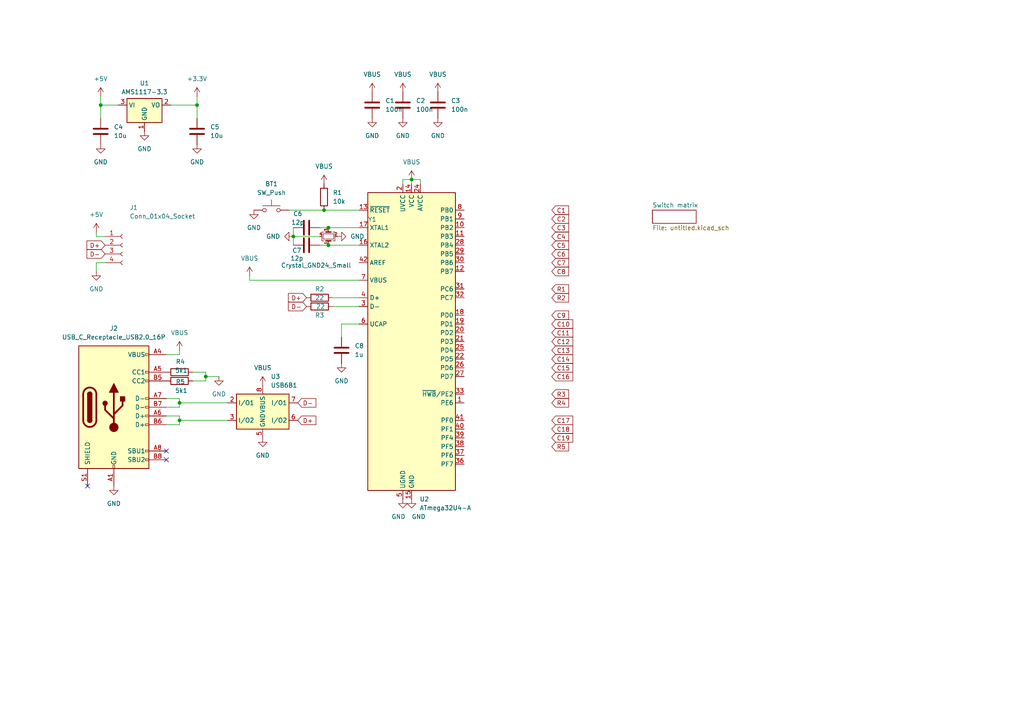
<source format=kicad_sch>
(kicad_sch (version 20231120) (generator "eeschema") (generator_version "8.0")
  (paper "A4")
  (lib_symbols
    (symbol "Connector:Conn_01x04_Socket" (pin_names (offset 1.016) hide)
      (property "Reference" "J" (at 0 5.08 0))
      (property "Value" "Conn_01x04_Socket" (at 0 -7.62 0))
      (symbol "Conn_01x04_Socket_1_1"
        (arc (start 0 -4.572) (mid -0.5058 -5.08) (end 0 -5.588) (stroke (width 0.1524)))
        (arc (start 0 -2.032) (mid -0.5058 -2.54) (end 0 -3.048) (stroke (width 0.1524)))
        (polyline (pts (xy -1.27 -5.08) (xy -0.508 -5.08)) (stroke (width 0.1524)))
        (polyline (pts (xy -1.27 -2.54) (xy -0.508 -2.54)) (stroke (width 0.1524)))
        (polyline (pts (xy -1.27 0) (xy -0.508 0)) (stroke (width 0.1524)))
        (polyline (pts (xy -1.27 2.54) (xy -0.508 2.54)) (stroke (width 0.1524)))
        (arc (start 0 0.508) (mid -0.5058 0) (end 0 -0.508) (stroke (width 0.1524)))
        (arc (start 0 3.048) (mid -0.5058 2.54) (end 0 2.032) (stroke (width 0.1524)))
        (pin passive line (at -5.08 2.54 0) (length 3.81) (name "Pin_1") (number "1"))
        (pin passive line (at -5.08 0 0) (length 3.81) (name "Pin_2") (number "2"))
        (pin passive line (at -5.08 -2.54 0) (length 3.81) (name "Pin_3") (number "3"))
        (pin passive line (at -5.08 -5.08 0) (length 3.81) (name "Pin_4") (number "4"))
      )
    )
    (symbol "Connector:USB_C_Receptacle_USB2.0_16P" (pin_names (offset 1.016))
      (property "Reference" "J" (at 0 22.225 0))
      (property "Value" "USB_C_Receptacle_USB2.0_16P" (at 0 19.685 0))
      (symbol "USB_C_Receptacle_USB2.0_16P_0_0"
        (rectangle (start -0.254 -17.78) (end 0.254 -16.764))
        (rectangle (start 10.16 -14.986) (end 9.144 -15.494))
        (rectangle (start 10.16 -12.446) (end 9.144 -12.954))
        (rectangle (start 10.16 -4.826) (end 9.144 -5.334))
        (rectangle (start 10.16 -2.286) (end 9.144 -2.794))
        (rectangle (start 10.16 0.254) (end 9.144 -0.254))
        (rectangle (start 10.16 2.794) (end 9.144 2.286))
        (rectangle (start 10.16 7.874) (end 9.144 7.366))
        (rectangle (start 10.16 10.414) (end 9.144 9.906))
        (rectangle (start 10.16 15.494) (end 9.144 14.986))
      )
      (symbol "USB_C_Receptacle_USB2.0_16P_0_1"
        (rectangle (start -10.16 17.78) (end 10.16 -17.78) (stroke (width 0.254)) (fill (type background)))
        (arc (start -8.89 -3.81) (mid -6.985 -5.7067) (end -5.08 -3.81) (stroke (width 0.508)))
        (arc (start -7.62 -3.81) (mid -6.985 -4.4423) (end -6.35 -3.81) (stroke (width 0.254)))
        (arc (start -7.62 -3.81) (mid -6.985 -4.4423) (end -6.35 -3.81) (stroke (width 0.254)) (fill (type outline)))
        (rectangle (start -7.62 -3.81) (end -6.35 3.81) (stroke (width 0.254)) (fill (type outline)))
        (arc (start -6.35 3.81) (mid -6.985 4.4423) (end -7.62 3.81) (stroke (width 0.254)))
        (arc (start -6.35 3.81) (mid -6.985 4.4423) (end -7.62 3.81) (stroke (width 0.254)) (fill (type outline)))
        (arc (start -5.08 3.81) (mid -6.985 5.7067) (end -8.89 3.81) (stroke (width 0.508)))
        (circle (center -2.54 1.143) (radius 0.635) (stroke (width 0.254)) (fill (type outline)))
        (circle (center 0 -5.842) (radius 1.27) (fill (type outline)))
        (polyline (pts (xy -8.89 -3.81) (xy -8.89 3.81)) (stroke (width 0.508)))
        (polyline (pts (xy -5.08 3.81) (xy -5.08 -3.81)) (stroke (width 0.508)))
        (polyline (pts (xy 0 -5.842) (xy 0 4.318)) (stroke (width 0.508)))
        (polyline (pts (xy 0 -3.302) (xy -2.54 -0.762) (xy -2.54 0.508)) (stroke (width 0.508)))
        (polyline (pts (xy 0 -2.032) (xy 2.54 0.508) (xy 2.54 1.778)) (stroke (width 0.508)))
        (polyline (pts (xy -1.27 4.318) (xy 0 6.858) (xy 1.27 4.318) (xy -1.27 4.318)) (stroke (width 0.254)) (fill (type outline)))
        (rectangle (start 1.905 1.778) (end 3.175 3.048) (stroke (width 0.254)) (fill (type outline)))
      )
      (symbol "USB_C_Receptacle_USB2.0_16P_1_1"
        (pin passive line (at 0 -22.86 90) (length 5.08) (name "GND") (number "A1"))
        (pin passive line (at 0 -22.86 90) (length 5.08) hide (name "GND") (number "A12"))
        (pin passive line (at 15.24 15.24 180) (length 5.08) (name "VBUS") (number "A4"))
        (pin bidirectional line (at 15.24 10.16 180) (length 5.08) (name "CC1") (number "A5"))
        (pin bidirectional line (at 15.24 -2.54 180) (length 5.08) (name "D+") (number "A6"))
        (pin bidirectional line (at 15.24 2.54 180) (length 5.08) (name "D-") (number "A7"))
        (pin bidirectional line (at 15.24 -12.7 180) (length 5.08) (name "SBU1") (number "A8"))
        (pin passive line (at 15.24 15.24 180) (length 5.08) hide (name "VBUS") (number "A9"))
        (pin passive line (at 0 -22.86 90) (length 5.08) hide (name "GND") (number "B1"))
        (pin passive line (at 0 -22.86 90) (length 5.08) hide (name "GND") (number "B12"))
        (pin passive line (at 15.24 15.24 180) (length 5.08) hide (name "VBUS") (number "B4"))
        (pin bidirectional line (at 15.24 7.62 180) (length 5.08) (name "CC2") (number "B5"))
        (pin bidirectional line (at 15.24 -5.08 180) (length 5.08) (name "D+") (number "B6"))
        (pin bidirectional line (at 15.24 0 180) (length 5.08) (name "D-") (number "B7"))
        (pin bidirectional line (at 15.24 -15.24 180) (length 5.08) (name "SBU2") (number "B8"))
        (pin passive line (at 15.24 15.24 180) (length 5.08) hide (name "VBUS") (number "B9"))
        (pin passive line (at -7.62 -22.86 90) (length 5.08) (name "SHIELD") (number "S1"))
      )
    )
    (symbol "Device:C" (pin_numbers hide) (pin_names (offset 0.254))
      (property "Reference" "C" (at 0.635 2.54 0))
      (property "Value" "C" (at 0.635 -2.54 0))
      (symbol "C_0_1"
        (polyline (pts (xy -2.032 -0.762) (xy 2.032 -0.762)) (stroke (width 0.508)))
        (polyline (pts (xy -2.032 0.762) (xy 2.032 0.762)) (stroke (width 0.508)))
      )
      (symbol "C_1_1"
        (pin passive line (at 0 3.81 270) (length 2.794) (name "~") (number "1"))
        (pin passive line (at 0 -3.81 90) (length 2.794) (name "~") (number "2"))
      )
    )
    (symbol "Device:Crystal_GND24_Small" (pin_names (offset 1.016) hide)
      (property "Reference" "Y" (at 1.27 4.445 0))
      (property "Value" "Crystal_GND24_Small" (at 1.27 2.54 0))
      (symbol "Crystal_GND24_Small_0_1"
        (rectangle (start -0.762 -1.524) (end 0.762 1.524))
        (polyline (pts (xy -1.27 -0.762) (xy -1.27 0.762)) (stroke (width 0.381)))
        (polyline (pts (xy 1.27 -0.762) (xy 1.27 0.762)) (stroke (width 0.381)))
        (polyline (pts (xy -1.27 -1.27) (xy -1.27 -1.905) (xy 1.27 -1.905) (xy 1.27 -1.27)))
        (polyline (pts (xy -1.27 1.27) (xy -1.27 1.905) (xy 1.27 1.905) (xy 1.27 1.27)))
      )
      (symbol "Crystal_GND24_Small_1_1"
        (pin passive line (at -2.54 0 0) (length 1.27) (name "1") (number "1"))
        (pin passive line (at 0 -2.54 90) (length 0.635) (name "2") (number "2"))
        (pin passive line (at 2.54 0 180) (length 1.27) (name "3") (number "3"))
        (pin passive line (at 0 2.54 270) (length 0.635) (name "4") (number "4"))
      )
    )
    (symbol "Device:R" (pin_numbers hide) (pin_names (offset 0))
      (property "Reference" "R" (at 2.032 0 90))
      (property "Value" "R" (at 0 0 90))
      (symbol "R_0_1"
        (rectangle (start -1.016 -2.54) (end 1.016 2.54) (stroke (width 0.254)))
      )
      (symbol "R_1_1"
        (pin passive line (at 0 3.81 270) (length 1.27) (name "~") (number "1"))
        (pin passive line (at 0 -3.81 90) (length 1.27) (name "~") (number "2"))
      )
    )
    (symbol "MCU_Microchip_ATmega:ATmega32U4-A"
      (property "Reference" "U" (at -12.7 44.45 0))
      (property "Value" "ATmega32U4-A" (at 2.54 -44.45 0))
      (symbol "ATmega32U4-A_0_1"
        (rectangle (start -12.7 -43.18) (end 12.7 43.18) (stroke (width 0.254)) (fill (type background)))
      )
      (symbol "ATmega32U4-A_1_1"
        (pin bidirectional line (at 15.24 -17.78 180) (length 2.54) (name "PE6") (number "1"))
        (pin bidirectional line (at 15.24 33.02 180) (length 2.54) (name "PB2") (number "10"))
        (pin bidirectional line (at 15.24 30.48 180) (length 2.54) (name "PB3") (number "11"))
        (pin bidirectional line (at 15.24 20.32 180) (length 2.54) (name "PB7") (number "12"))
        (pin input line (at -15.24 38.1 0) (length 2.54) (name "~{RESET}") (number "13"))
        (pin power_in line (at 0 45.72 270) (length 2.54) (name "VCC") (number "14"))
        (pin power_in line (at 0 -45.72 90) (length 2.54) (name "GND") (number "15"))
        (pin output line (at -15.24 27.94 0) (length 2.54) (name "XTAL2") (number "16"))
        (pin input line (at -15.24 33.02 0) (length 2.54) (name "XTAL1") (number "17"))
        (pin bidirectional line (at 15.24 7.62 180) (length 2.54) (name "PD0") (number "18"))
        (pin bidirectional line (at 15.24 5.08 180) (length 2.54) (name "PD1") (number "19"))
        (pin power_in line (at -2.54 45.72 270) (length 2.54) (name "UVCC") (number "2"))
        (pin bidirectional line (at 15.24 2.54 180) (length 2.54) (name "PD2") (number "20"))
        (pin bidirectional line (at 15.24 0 180) (length 2.54) (name "PD3") (number "21"))
        (pin bidirectional line (at 15.24 -5.08 180) (length 2.54) (name "PD5") (number "22"))
        (pin passive line (at 0 -45.72 90) (length 2.54) hide (name "GND") (number "23"))
        (pin power_in line (at 2.54 45.72 270) (length 2.54) (name "AVCC") (number "24"))
        (pin bidirectional line (at 15.24 -2.54 180) (length 2.54) (name "PD4") (number "25"))
        (pin bidirectional line (at 15.24 -7.62 180) (length 2.54) (name "PD6") (number "26"))
        (pin bidirectional line (at 15.24 -10.16 180) (length 2.54) (name "PD7") (number "27"))
        (pin bidirectional line (at 15.24 27.94 180) (length 2.54) (name "PB4") (number "28"))
        (pin bidirectional line (at 15.24 25.4 180) (length 2.54) (name "PB5") (number "29"))
        (pin bidirectional line (at -15.24 10.16 0) (length 2.54) (name "D-") (number "3"))
        (pin bidirectional line (at 15.24 22.86 180) (length 2.54) (name "PB6") (number "30"))
        (pin bidirectional line (at 15.24 15.24 180) (length 2.54) (name "PC6") (number "31"))
        (pin bidirectional line (at 15.24 12.7 180) (length 2.54) (name "PC7") (number "32"))
        (pin bidirectional line (at 15.24 -15.24 180) (length 2.54) (name "~{HWB}/PE2") (number "33"))
        (pin passive line (at 0 45.72 270) (length 2.54) hide (name "VCC") (number "34"))
        (pin passive line (at 0 -45.72 90) (length 2.54) hide (name "GND") (number "35"))
        (pin bidirectional line (at 15.24 -35.56 180) (length 2.54) (name "PF7") (number "36"))
        (pin bidirectional line (at 15.24 -33.02 180) (length 2.54) (name "PF6") (number "37"))
        (pin bidirectional line (at 15.24 -30.48 180) (length 2.54) (name "PF5") (number "38"))
        (pin bidirectional line (at 15.24 -27.94 180) (length 2.54) (name "PF4") (number "39"))
        (pin bidirectional line (at -15.24 12.7 0) (length 2.54) (name "D+") (number "4"))
        (pin bidirectional line (at 15.24 -25.4 180) (length 2.54) (name "PF1") (number "40"))
        (pin bidirectional line (at 15.24 -22.86 180) (length 2.54) (name "PF0") (number "41"))
        (pin passive line (at -15.24 22.86 0) (length 2.54) (name "AREF") (number "42"))
        (pin passive line (at 0 -45.72 90) (length 2.54) hide (name "GND") (number "43"))
        (pin passive line (at 2.54 45.72 270) (length 2.54) hide (name "AVCC") (number "44"))
        (pin passive line (at -2.54 -45.72 90) (length 2.54) (name "UGND") (number "5"))
        (pin passive line (at -15.24 5.08 0) (length 2.54) (name "UCAP") (number "6"))
        (pin input line (at -15.24 17.78 0) (length 2.54) (name "VBUS") (number "7"))
        (pin bidirectional line (at 15.24 38.1 180) (length 2.54) (name "PB0") (number "8"))
        (pin bidirectional line (at 15.24 35.56 180) (length 2.54) (name "PB1") (number "9"))
      )
    )
    (symbol "Power_Protection:USB6B1"
      (property "Reference" "U" (at 6.35 6.35 0))
      (property "Value" "USB6B1" (at 5.08 -6.35 0))
      (symbol "USB6B1_0_1"
        (rectangle (start -7.62 -5.08) (end 7.62 5.08) (stroke (width 0.254)) (fill (type background)))
      )
      (symbol "USB6B1_1_1"
        (pin passive line (at 0 7.62 270) (length 2.54) hide (name "VBUS") (number "1"))
        (pin passive line (at -10.16 2.54 0) (length 2.54) (name "I/O1") (number "2"))
        (pin passive line (at -10.16 -2.54 0) (length 2.54) (name "I/O2") (number "3"))
        (pin passive line (at 0 -7.62 90) (length 2.54) hide (name "GND") (number "4"))
        (pin passive line (at 0 -7.62 90) (length 2.54) (name "GND") (number "5"))
        (pin passive line (at 10.16 -2.54 180) (length 2.54) (name "I/O2") (number "6"))
        (pin passive line (at 10.16 2.54 180) (length 2.54) (name "I/O1") (number "7"))
        (pin passive line (at 0 7.62 270) (length 2.54) (name "VBUS") (number "8"))
      )
    )
    (symbol "Regulator_Linear:AMS1117-3.3"
      (property "Reference" "U" (at -3.81 3.175 0))
      (property "Value" "AMS1117-3.3" (at 0 3.175 0))
      (symbol "AMS1117-3.3_0_1"
        (rectangle (start -5.08 -5.08) (end 5.08 1.905) (stroke (width 0.254)) (fill (type background)))
      )
      (symbol "AMS1117-3.3_1_1"
        (pin power_in line (at 0 -7.62 90) (length 2.54) (name "GND") (number "1"))
        (pin power_out line (at 7.62 0 180) (length 2.54) (name "VO") (number "2"))
        (pin power_in line (at -7.62 0 0) (length 2.54) (name "VI") (number "3"))
      )
    )
    (symbol "Switch:SW_Push" (pin_numbers hide) (pin_names (offset 1.016) hide)
      (property "Reference" "SW" (at 1.27 2.54 0))
      (property "Value" "SW_Push" (at 0 -1.524 0))
      (symbol "SW_Push_0_1"
        (circle (center -2.032 0) (radius 0.508))
        (polyline (pts (xy 0 1.27) (xy 0 3.048)))
        (polyline (pts (xy 2.54 1.27) (xy -2.54 1.27)))
        (circle (center 2.032 0) (radius 0.508))
        (pin passive line (at -5.08 0 0) (length 2.54) (name "1") (number "1"))
        (pin passive line (at 5.08 0 180) (length 2.54) (name "2") (number "2"))
      )
    )
    (symbol "power:+3.3V" (power) (pin_numbers hide) (pin_names (offset 0) hide)
      (property "Value" "+3.3V" (at 0 3.556 0))
      (symbol "+3.3V_0_1"
        (polyline (pts (xy -0.762 1.27) (xy 0 2.54)))
        (polyline (pts (xy 0 0) (xy 0 2.54)))
        (polyline (pts (xy 0 2.54) (xy 0.762 1.27)))
      )
      (symbol "+3.3V_1_1"
        (pin power_in line (at 0 0 90) (length 0) (name "~") (number "1"))
      )
    )
    (symbol "power:+5V" (power) (pin_numbers hide) (pin_names (offset 0) hide)
      (property "Value" "+5V" (at 0 3.556 0))
      (symbol "+5V_0_1"
        (polyline (pts (xy -0.762 1.27) (xy 0 2.54)))
        (polyline (pts (xy 0 0) (xy 0 2.54)))
        (polyline (pts (xy 0 2.54) (xy 0.762 1.27)))
      )
      (symbol "+5V_1_1"
        (pin power_in line (at 0 0 90) (length 0) (name "~") (number "1"))
      )
    )
    (symbol "power:GND" (power) (pin_numbers hide) (pin_names (offset 0) hide)
      (property "Value" "GND" (at 0 -3.81 0))
      (symbol "GND_0_1"
        (polyline (pts (xy 0 0) (xy 0 -1.27) (xy 1.27 -1.27) (xy 0 -2.54) (xy -1.27 -1.27) (xy 0 -1.27)))
      )
      (symbol "GND_1_1"
        (pin power_in line (at 0 0 270) (length 0) (name "~") (number "1"))
      )
    )
    (symbol "power:VBUS" (power) (pin_numbers hide) (pin_names (offset 0) hide)
      (property "Value" "VBUS" (at 0 3.556 0))
      (symbol "VBUS_0_1"
        (polyline (pts (xy -0.762 1.27) (xy 0 2.54)))
        (polyline (pts (xy 0 0) (xy 0 2.54)))
        (polyline (pts (xy 0 2.54) (xy 0.762 1.27)))
      )
      (symbol "VBUS_1_1"
        (pin power_in line (at 0 0 90) (length 0) (name "~") (number "1"))
      )
    )
  )
  (junction (at 59.69 109.22))
  (junction (at 119.38 52.07))
  (junction (at 57.15 30.48))
  (junction (at 85.09 68.58))
  (junction (at 52.07 121.92))
  (junction (at 95.25 66.04))
  (junction (at 29.21 30.48))
  (junction (at 93.98 60.96))
  (junction (at 95.25 71.12))
  (junction (at 52.07 116.84))
  (no_connect (at 48.26 130.81))
  (no_connect (at 25.4 140.97))
  (no_connect (at 48.26 133.35))
  (wire (pts (xy 27.94 76.2) (xy 27.94 78.74)))
  (wire (pts (xy 52.07 121.92) (xy 66.04 121.92)))
  (wire (pts (xy 99.06 93.98) (xy 99.06 97.79)))
  (wire (pts (xy 93.98 60.96) (xy 104.14 60.96)))
  (wire (pts (xy 92.71 66.04) (xy 95.25 66.04)))
  (wire (pts (xy 92.71 71.12) (xy 95.25 71.12)))
  (wire (pts (xy 55.88 110.49) (xy 59.69 110.49)))
  (wire (pts (xy 48.26 118.11) (xy 52.07 118.11)))
  (wire (pts (xy 119.38 52.07) (xy 119.38 53.34)))
  (wire (pts (xy 29.21 30.48) (xy 29.21 34.29)))
  (wire (pts (xy 96.52 88.9) (xy 104.14 88.9)))
  (wire (pts (xy 27.94 68.58) (xy 30.48 68.58)))
  (wire (pts (xy 52.07 120.65) (xy 52.07 121.92)))
  (wire (pts (xy 104.14 93.98) (xy 99.06 93.98)))
  (wire (pts (xy 57.15 30.48) (xy 57.15 34.29)))
  (wire (pts (xy 52.07 123.19) (xy 48.26 123.19)))
  (wire (pts (xy 85.09 68.58) (xy 92.71 68.58)))
  (wire (pts (xy 121.92 53.34) (xy 121.92 52.07)))
  (wire (pts (xy 52.07 121.92) (xy 52.07 123.19)))
  (wire (pts (xy 34.29 30.48) (xy 29.21 30.48)))
  (wire (pts (xy 95.25 71.12) (xy 104.14 71.12)))
  (wire (pts (xy 52.07 115.57) (xy 48.26 115.57)))
  (wire (pts (xy 96.52 86.36) (xy 104.14 86.36)))
  (wire (pts (xy 85.09 66.04) (xy 85.09 68.58)))
  (wire (pts (xy 116.84 53.34) (xy 116.84 52.07)))
  (wire (pts (xy 52.07 116.84) (xy 66.04 116.84)))
  (wire (pts (xy 48.26 102.87) (xy 52.07 102.87)))
  (wire (pts (xy 57.15 30.48) (xy 49.53 30.48)))
  (wire (pts (xy 95.25 66.04) (xy 104.14 66.04)))
  (wire (pts (xy 85.09 68.58) (xy 85.09 71.12)))
  (wire (pts (xy 72.39 81.28) (xy 72.39 80.01)))
  (wire (pts (xy 52.07 118.11) (xy 52.07 116.84)))
  (wire (pts (xy 59.69 107.95) (xy 59.69 109.22)))
  (wire (pts (xy 104.14 81.28) (xy 72.39 81.28)))
  (wire (pts (xy 52.07 102.87) (xy 52.07 101.6)))
  (wire (pts (xy 83.82 60.96) (xy 93.98 60.96)))
  (wire (pts (xy 57.15 27.94) (xy 57.15 30.48)))
  (wire (pts (xy 27.94 67.31) (xy 27.94 68.58)))
  (wire (pts (xy 55.88 107.95) (xy 59.69 107.95)))
  (wire (pts (xy 59.69 109.22) (xy 59.69 110.49)))
  (wire (pts (xy 59.69 109.22) (xy 63.5 109.22)))
  (wire (pts (xy 30.48 76.2) (xy 27.94 76.2)))
  (wire (pts (xy 48.26 120.65) (xy 52.07 120.65)))
  (wire (pts (xy 29.21 30.48) (xy 29.21 27.94)))
  (wire (pts (xy 52.07 116.84) (xy 52.07 115.57)))
  (wire (pts (xy 116.84 52.07) (xy 119.38 52.07)))
  (wire (pts (xy 121.92 52.07) (xy 119.38 52.07)))
  (global_label "C6" (shape input) (at 160.02 73.66 0) (property "Intersheetrefs" "${INTERSHEET_REFS}" (effects (hide yes))))
  (global_label "D+" (shape input) (at 88.9 86.36 180) (property "Intersheetrefs" "${INTERSHEET_REFS}" (effects (hide yes))))
  (global_label "C7" (shape input) (at 160.02 76.2 0) (property "Intersheetrefs" "${INTERSHEET_REFS}" (effects (hide yes))))
  (global_label "D-" (shape input) (at 86.36 116.84 0) (property "Intersheetrefs" "${INTERSHEET_REFS}" (effects (hide yes))))
  (global_label "C4" (shape input) (at 160.02 68.58 0) (property "Intersheetrefs" "${INTERSHEET_REFS}" (effects (hide yes))))
  (global_label "C2" (shape input) (at 160.02 63.5 0) (property "Intersheetrefs" "${INTERSHEET_REFS}" (effects (hide yes))))
  (global_label "R4" (shape input) (at 160.02 116.84 0) (property "Intersheetrefs" "${INTERSHEET_REFS}" (effects (hide yes))))
  (global_label "C17" (shape input) (at 160.02 121.92 0) (property "Intersheetrefs" "${INTERSHEET_REFS}" (effects (hide yes))))
  (global_label "C15" (shape input) (at 160.02 106.68 0) (property "Intersheetrefs" "${INTERSHEET_REFS}" (effects (hide yes))))
  (global_label "C3" (shape input) (at 160.02 66.04 0) (property "Intersheetrefs" "${INTERSHEET_REFS}" (effects (hide yes))))
  (global_label "C9" (shape input) (at 160.02 91.44 0) (property "Intersheetrefs" "${INTERSHEET_REFS}" (effects (hide yes))))
  (global_label "D+" (shape input) (at 30.48 71.12 180) (property "Intersheetrefs" "${INTERSHEET_REFS}" (effects (hide yes))))
  (global_label "D-" (shape input) (at 30.48 73.66 180) (property "Intersheetrefs" "${INTERSHEET_REFS}" (effects (hide yes))))
  (global_label "C8" (shape input) (at 160.02 78.74 0) (property "Intersheetrefs" "${INTERSHEET_REFS}" (effects (hide yes))))
  (global_label "C18" (shape input) (at 160.02 124.46 0) (property "Intersheetrefs" "${INTERSHEET_REFS}" (effects (hide yes))))
  (global_label "C13" (shape input) (at 160.02 101.6 0) (property "Intersheetrefs" "${INTERSHEET_REFS}" (effects (hide yes))))
  (global_label "R1" (shape input) (at 160.02 83.82 0) (property "Intersheetrefs" "${INTERSHEET_REFS}" (effects (hide yes))))
  (global_label "C16" (shape input) (at 160.02 109.22 0) (property "Intersheetrefs" "${INTERSHEET_REFS}" (effects (hide yes))))
  (global_label "R5" (shape input) (at 160.02 129.54 0) (property "Intersheetrefs" "${INTERSHEET_REFS}" (effects (hide yes))))
  (global_label "C5" (shape input) (at 160.02 71.12 0) (property "Intersheetrefs" "${INTERSHEET_REFS}" (effects (hide yes))))
  (global_label "C10" (shape input) (at 160.02 93.98 0) (property "Intersheetrefs" "${INTERSHEET_REFS}" (effects (hide yes))))
  (global_label "C11" (shape input) (at 160.02 96.52 0) (property "Intersheetrefs" "${INTERSHEET_REFS}" (effects (hide yes))))
  (global_label "C19" (shape input) (at 160.02 127 0) (property "Intersheetrefs" "${INTERSHEET_REFS}" (effects (hide yes))))
  (global_label "C1" (shape input) (at 160.02 60.96 0) (property "Intersheetrefs" "${INTERSHEET_REFS}" (effects (hide yes))))
  (global_label "C12" (shape input) (at 160.02 99.06 0) (property "Intersheetrefs" "${INTERSHEET_REFS}" (effects (hide yes))))
  (global_label "R3" (shape input) (at 160.02 114.3 0) (property "Intersheetrefs" "${INTERSHEET_REFS}" (effects (hide yes))))
  (global_label "R2" (shape input) (at 160.02 86.36 0) (property "Intersheetrefs" "${INTERSHEET_REFS}" (effects (hide yes))))
  (global_label "D-" (shape input) (at 88.9 88.9 180) (property "Intersheetrefs" "${INTERSHEET_REFS}" (effects (hide yes))))
  (global_label "C14" (shape input) (at 160.02 104.14 0) (property "Intersheetrefs" "${INTERSHEET_REFS}" (effects (hide yes))))
  (global_label "D+" (shape input) (at 86.36 121.92 0) (property "Intersheetrefs" "${INTERSHEET_REFS}" (effects (hide yes))))
  (symbol (lib_id "Connector:Conn_01x04_Socket") (at 35.56 71.12 0) (unit 1)
    (property "Reference" "J1" (at 37.592 60.198 0) (effects (justify left)))
    (property "Value" "Conn_01x04_Socket" (at 37.592 62.738 0) (effects (justify left)))
    (property "Footprint" "Connector_JST:JST_SH_SM04B-SRSS-TB_1x04-1MP_P1.00mm_Horizontal" (effects (hide yes)))
    (property "Description" "Generic connector, single row, 01x04, script generated" (effects (hide yes)))
  )
  (symbol (lib_id "power:GND") (at 63.5 109.22 0) (unit 1)
    (property "Reference" "#PWR04" (effects (hide yes)))
    (property "Value" "GND" (at 63.5 114.3 0))
    (property "Description" "Power symbol creates a global label with name \"GND\" , ground" (effects (hide yes)))
  )
  (symbol (lib_id "power:VBUS") (at 52.07 101.6 0) (unit 1)
    (property "Reference" "#PWR03" (effects (hide yes)))
    (property "Value" "VBUS" (at 52.07 96.52 0))
    (property "Description" "Power symbol creates a global label with name \"VBUS\"" (effects (hide yes)))
  )
  (symbol (lib_id "Device:R") (at 93.98 57.15 0) (unit 1)
    (property "Reference" "R1" (at 96.52 55.88 0) (effects (justify left)))
    (property "Value" "10k" (at 96.52 58.42 0) (effects (justify left)))
    (property "Footprint" "Resistor_SMD:R_0402_1005Metric" (effects (hide yes)))
    (property "Description" "Resistor" (effects (hide yes)))
  )
  (symbol (lib_id "Device:C") (at 88.9 71.12 270) (unit 1)
    (property "Reference" "C7" (at 86.106 72.644 90))
    (property "Value" "12p" (at 86.106 74.93 90))
    (property "Footprint" "Capacitor_SMD:C_0402_1005Metric" (effects (hide yes)))
    (property "Description" "Unpolarized capacitor" (effects (hide yes)))
  )
  (symbol (lib_id "power:GND") (at 127 34.29 0) (unit 1)
    (property "Reference" "#PWR0114" (effects (hide yes)))
    (property "Value" "GND" (at 127 39.37 0))
    (property "Description" "Power symbol creates a global label with name \"GND\" , ground" (effects (hide yes)))
  )
  (symbol (lib_id "power:GND") (at 119.38 144.78 0) (unit 1)
    (property "Reference" "#PWR0102" (effects (hide yes)))
    (property "Value" "GND" (at 121.412 149.86 0))
    (property "Description" "Power symbol creates a global label with name \"GND\" , ground" (effects (hide yes)))
  )
  (symbol (lib_id "power:GND") (at 73.66 60.96 0) (unit 1)
    (property "Reference" "#PWR0119" (effects (hide yes)))
    (property "Value" "GND" (at 73.66 66.04 0))
    (property "Description" "Power symbol creates a global label with name \"GND\" , ground" (effects (hide yes)))
  )
  (symbol (lib_id "Device:C") (at 57.15 38.1 0) (unit 1)
    (property "Reference" "C5" (at 60.96 36.83 0) (effects (justify left)))
    (property "Value" "10u" (at 60.96 39.37 0) (effects (justify left)))
    (property "Footprint" "Capacitor_SMD:C_0603_1608Metric" (effects (hide yes)))
    (property "Description" "Unpolarized capacitor" (effects (hide yes)))
  )
  (symbol (lib_id "power:GND") (at 76.2 127 0) (unit 1)
    (property "Reference" "#PWR05" (effects (hide yes)))
    (property "Value" "GND" (at 76.2 132.08 0))
    (property "Description" "Power symbol creates a global label with name \"GND\" , ground" (effects (hide yes)))
  )
  (symbol (lib_id "power:VBUS") (at 72.39 80.01 0) (unit 1)
    (property "Reference" "#PWR0106" (effects (hide yes)))
    (property "Value" "VBUS" (at 72.39 74.93 0))
    (property "Description" "Power symbol creates a global label with name \"VBUS\"" (effects (hide yes)))
  )
  (symbol (lib_id "power:GND") (at 116.84 34.29 0) (unit 1)
    (property "Reference" "#PWR0112" (effects (hide yes)))
    (property "Value" "GND" (at 116.84 39.37 0))
    (property "Description" "Power symbol creates a global label with name \"GND\" , ground" (effects (hide yes)))
  )
  (symbol (lib_id "power:GND") (at 116.84 144.78 0) (unit 1)
    (property "Reference" "#PWR0101" (effects (hide yes)))
    (property "Value" "GND" (at 115.57 149.86 0))
    (property "Description" "Power symbol creates a global label with name \"GND\" , ground" (effects (hide yes)))
  )
  (symbol (lib_id "power:GND") (at 27.94 78.74 0) (unit 1)
    (property "Reference" "#PWR02" (effects (hide yes)))
    (property "Value" "GND" (at 27.94 83.82 0))
    (property "Description" "Power symbol creates a global label with name \"GND\" , ground" (effects (hide yes)))
  )
  (symbol (lib_id "Device:R") (at 52.07 110.49 90) (unit 1)
    (property "Reference" "R5" (at 52.324 110.744 90))
    (property "Value" "5k1" (at 52.578 113.284 90))
    (property "Footprint" "Resistor_SMD:R_0402_1005Metric" (effects (hide yes)))
    (property "Description" "Resistor" (effects (hide yes)))
  )
  (symbol (lib_id "power:GND") (at 41.91 38.1 0) (unit 1)
    (property "Reference" "#PWR0118" (effects (hide yes)))
    (property "Value" "GND" (at 41.91 43.18 0))
    (property "Description" "Power symbol creates a global label with name \"GND\" , ground" (effects (hide yes)))
  )
  (symbol (lib_id "Device:C") (at 99.06 101.6 0) (unit 1)
    (property "Reference" "C8" (at 102.87 100.33 0) (effects (justify left)))
    (property "Value" "1u" (at 102.87 102.87 0) (effects (justify left)))
    (property "Footprint" "Capacitor_SMD:C_0402_1005Metric" (effects (hide yes)))
    (property "Description" "Unpolarized capacitor" (effects (hide yes)))
  )
  (symbol (lib_id "power:VBUS") (at 107.95 26.67 0) (unit 1)
    (property "Reference" "#PWR0105" (effects (hide yes)))
    (property "Value" "VBUS" (at 107.95 21.59 0))
    (property "Description" "Power symbol creates a global label with name \"VBUS\"" (effects (hide yes)))
  )
  (symbol (lib_id "power:GND") (at 29.21 41.91 0) (unit 1)
    (property "Reference" "#PWR0117" (effects (hide yes)))
    (property "Value" "GND" (at 29.21 46.99 0))
    (property "Description" "Power symbol creates a global label with name \"GND\" , ground" (effects (hide yes)))
  )
  (symbol (lib_id "power:VBUS") (at 127 26.67 0) (unit 1)
    (property "Reference" "#PWR0110" (effects (hide yes)))
    (property "Value" "VBUS" (at 127 21.59 0))
    (property "Description" "Power symbol creates a global label with name \"VBUS\"" (effects (hide yes)))
  )
  (symbol (lib_id "Regulator_Linear:AMS1117-3.3") (at 41.91 30.48 0) (unit 1)
    (property "Reference" "U1" (at 41.91 24.13 0))
    (property "Value" "AMS1117-3.3" (at 41.91 26.67 0))
    (property "Footprint" "Package_TO_SOT_SMD:SOT-223-3_TabPin2" (effects (hide yes)))
    (property "Datasheet" "http://www.advanced-monolithic.com/pdf/ds1117.pdf" (effects (hide yes)))
    (property "Description" "1A Low Dropout regulator, positive, 3.3V fixed output, SOT-223" (effects (hide yes)))
  )
  (symbol (lib_id "Switch:SW_Push") (at 78.74 60.96 0) (unit 1)
    (property "Reference" "BT1" (at 78.74 53.34 0))
    (property "Value" "SW_Push" (at 78.74 55.88 0))
    (property "Footprint" "Button_Switch_SMD:SW_SPST_TL3342" (effects (hide yes)))
    (property "Description" "Push button switch, generic, two pins" (effects (hide yes)))
  )
  (symbol (lib_id "Power_Protection:USB6B1") (at 76.2 119.38 0) (unit 1)
    (property "Reference" "U3" (at 78.5234 109.22 0) (effects (justify left)))
    (property "Value" "USB6B1" (at 78.5234 111.76 0) (effects (justify left)))
    (property "Footprint" "Package_SO:SOIC-8_3.9x4.9mm_P1.27mm" (effects (hide yes)))
    (property "Datasheet" "http://www.st.com/content/ccc/resource/technical/document/datasheet/3e/ec/b2/54/b2/76/47/90/CD00001361.pdf/files/CD00001361.pdf/jcr:content/translations/en.CD00001361.pdf" (effects (hide yes)))
    (property "Description" "5V Data line protection" (effects (hide yes)))
  )
  (symbol (lib_id "Device:C") (at 107.95 30.48 0) (unit 1)
    (property "Reference" "C1" (at 111.76 29.21 0) (effects (justify left)))
    (property "Value" "100n" (at 111.76 31.75 0) (effects (justify left)))
    (property "Footprint" "Capacitor_SMD:C_0402_1005Metric" (effects (hide yes)))
    (property "Description" "Unpolarized capacitor" (effects (hide yes)))
  )
  (symbol (lib_id "Device:C") (at 29.21 38.1 0) (unit 1)
    (property "Reference" "C4" (at 33.02 36.83 0) (effects (justify left)))
    (property "Value" "10u" (at 33.02 39.37 0) (effects (justify left)))
    (property "Footprint" "Capacitor_SMD:C_0603_1608Metric" (effects (hide yes)))
    (property "Description" "Unpolarized capacitor" (effects (hide yes)))
  )
  (symbol (lib_id "Device:R") (at 92.71 86.36 90) (unit 1)
    (property "Reference" "R2" (at 92.71 83.82 90))
    (property "Value" "22" (at 92.71 86.36 90))
    (property "Footprint" "Resistor_SMD:R_0402_1005Metric" (effects (hide yes)))
    (property "Description" "Resistor" (effects (hide yes)))
  )
  (symbol (lib_id "power:GND") (at 85.09 68.58 270) (unit 1)
    (property "Reference" "#PWR0107" (effects (hide yes)))
    (property "Value" "GND" (at 81.28 68.58 90) (effects (justify right)))
    (property "Description" "Power symbol creates a global label with name \"GND\" , ground" (effects (hide yes)))
  )
  (symbol (lib_id "Connector:USB_C_Receptacle_USB2.0_16P") (at 33.02 118.11 0) (unit 1)
    (property "Reference" "J2" (at 33.02 95.25 0))
    (property "Value" "USB_C_Receptacle_USB2.0_16P" (at 33.02 97.79 0))
    (property "Footprint" "Connector_USB:USB_C_Receptacle_HRO_TYPE-C-31-M-12" (effects (hide yes)))
    (property "Datasheet" "https://www.usb.org/sites/default/files/documents/usb_type-c.zip" (effects (hide yes)))
    (property "Description" "USB 2.0-only 16P Type-C Receptacle connector" (effects (hide yes)))
  )
  (symbol (lib_id "power:VBUS") (at 116.84 26.67 0) (unit 1)
    (property "Reference" "#PWR0104" (effects (hide yes)))
    (property "Value" "VBUS" (at 116.84 21.59 0))
    (property "Description" "Power symbol creates a global label with name \"VBUS\"" (effects (hide yes)))
  )
  (symbol (lib_id "MCU_Microchip_ATmega:ATmega32U4-A") (at 119.38 99.06 0) (unit 1)
    (property "Reference" "U2" (at 121.7034 144.78 0) (effects (justify left)))
    (property "Value" "ATmega32U4-A" (at 121.7034 147.32 0) (effects (justify left)))
    (property "Footprint" "Package_QFP:TQFP-44_10x10mm_P0.8mm" (effects (hide yes)))
    (property "Datasheet" "http://ww1.microchip.com/downloads/en/DeviceDoc/Atmel-7766-8-bit-AVR-ATmega16U4-32U4_Datasheet.pdf" (effects (hide yes)))
    (property "Description" "16MHz, 32kB Flash, 2.5kB SRAM, 1kB EEPROM, USB 2.0, TQFP-44" (effects (hide yes)))
  )
  (symbol (lib_id "power:+5V") (at 27.94 67.31 0) (unit 1)
    (property "Reference" "#PWR01" (effects (hide yes)))
    (property "Value" "+5V" (at 27.94 62.23 0))
    (property "Description" "Power symbol creates a global label with name \"+5V\"" (effects (hide yes)))
  )
  (symbol (lib_id "power:+3.3V") (at 57.15 27.94 0) (unit 1)
    (property "Reference" "#PWR0115" (effects (hide yes)))
    (property "Value" "+3.3V" (at 57.15 22.86 0))
    (property "Description" "Power symbol creates a global label with name \"+3.3V\"" (effects (hide yes)))
  )
  (symbol (lib_id "power:GND") (at 99.06 105.41 0) (unit 1)
    (property "Reference" "#PWR0103" (effects (hide yes)))
    (property "Value" "GND" (at 99.06 110.49 0))
    (property "Description" "Power symbol creates a global label with name \"GND\" , ground" (effects (hide yes)))
  )
  (symbol (lib_id "Device:C") (at 88.9 66.04 270) (unit 1)
    (property "Reference" "C6" (at 86.36 61.976 90))
    (property "Value" "12p" (at 86.36 64.516 90))
    (property "Footprint" "Capacitor_SMD:C_0402_1005Metric" (effects (hide yes)))
    (property "Description" "Unpolarized capacitor" (effects (hide yes)))
  )
  (symbol (lib_id "power:GND") (at 57.15 41.91 0) (unit 1)
    (property "Reference" "#PWR0116" (effects (hide yes)))
    (property "Value" "GND" (at 57.15 46.99 0))
    (property "Description" "Power symbol creates a global label with name \"GND\" , ground" (effects (hide yes)))
  )
  (symbol (lib_id "Device:Crystal_GND24_Small") (at 95.25 68.58 90) (unit 1)
    (property "Reference" "Y1" (at 107.95 63.6269 90))
    (property "Value" "Crystal_GND24_Small" (at 91.694 76.962 90))
    (property "Footprint" "Crystal:Crystal_SMD_3225-4Pin_3.2x2.5mm" (effects (hide yes)))
    (property "Description" "Four pin crystal, GND on pins 2 and 4, small symbol" (effects (hide yes)))
  )
  (symbol (lib_id "power:GND") (at 107.95 34.29 0) (unit 1)
    (property "Reference" "#PWR0111" (effects (hide yes)))
    (property "Value" "GND" (at 107.95 39.37 0))
    (property "Description" "Power symbol creates a global label with name \"GND\" , ground" (effects (hide yes)))
  )
  (symbol (lib_id "Device:C") (at 127 30.48 0) (unit 1)
    (property "Reference" "C3" (at 130.81 29.21 0) (effects (justify left)))
    (property "Value" "100n" (at 130.81 31.75 0) (effects (justify left)))
    (property "Footprint" "Capacitor_SMD:C_0402_1005Metric" (effects (hide yes)))
    (property "Description" "Unpolarized capacitor" (effects (hide yes)))
  )
  (symbol (lib_id "power:+5V") (at 29.21 27.94 0) (unit 1)
    (property "Reference" "#PWR0120" (effects (hide yes)))
    (property "Value" "+5V" (at 29.21 22.86 0))
    (property "Description" "Power symbol creates a global label with name \"+5V\"" (effects (hide yes)))
  )
  (symbol (lib_id "power:GND") (at 33.02 140.97 0) (unit 1)
    (property "Reference" "#PWR07" (effects (hide yes)))
    (property "Value" "GND" (at 33.02 146.05 0))
    (property "Description" "Power symbol creates a global label with name \"GND\" , ground" (effects (hide yes)))
  )
  (symbol (lib_id "power:GND") (at 97.79 68.58 90) (unit 1)
    (property "Reference" "#PWR0109" (effects (hide yes)))
    (property "Value" "GND" (at 101.6 68.58 90) (effects (justify right)))
    (property "Description" "Power symbol creates a global label with name \"GND\" , ground" (effects (hide yes)))
  )
  (symbol (lib_id "Device:C") (at 116.84 30.48 0) (unit 1)
    (property "Reference" "C2" (at 120.65 29.21 0) (effects (justify left)))
    (property "Value" "100n" (at 120.65 31.75 0) (effects (justify left)))
    (property "Footprint" "Capacitor_SMD:C_0402_1005Metric" (effects (hide yes)))
    (property "Description" "Unpolarized capacitor" (effects (hide yes)))
  )
  (symbol (lib_id "Device:R") (at 52.07 107.95 90) (unit 1)
    (property "Reference" "R4" (at 52.324 104.902 90))
    (property "Value" "5k1" (at 52.578 107.442 90))
    (property "Footprint" "Resistor_SMD:R_0402_1005Metric" (effects (hide yes)))
    (property "Description" "Resistor" (effects (hide yes)))
  )
  (symbol (lib_id "power:VBUS") (at 119.38 52.07 0) (unit 1)
    (property "Reference" "#PWR0113" (effects (hide yes)))
    (property "Value" "VBUS" (at 119.38 46.99 0))
    (property "Description" "Power symbol creates a global label with name \"VBUS\"" (effects (hide yes)))
  )
  (symbol (lib_id "power:VBUS") (at 93.98 53.34 0) (unit 1)
    (property "Reference" "#PWR0108" (effects (hide yes)))
    (property "Value" "VBUS" (at 93.98 48.26 0))
    (property "Description" "Power symbol creates a global label with name \"VBUS\"" (effects (hide yes)))
  )
  (symbol (lib_id "Device:R") (at 92.71 88.9 90) (unit 1)
    (property "Reference" "R3" (at 92.71 91.44 90))
    (property "Value" "22" (at 92.964 88.9 90))
    (property "Footprint" "Resistor_SMD:R_0402_1005Metric" (effects (hide yes)))
    (property "Description" "Resistor" (effects (hide yes)))
  )
  (symbol (lib_id "power:VBUS") (at 76.2 111.76 0) (unit 1)
    (property "Reference" "#PWR06" (effects (hide yes)))
    (property "Value" "VBUS" (at 76.2 106.68 0))
    (property "Description" "Power symbol creates a global label with name \"VBUS\"" (effects (hide yes)))
  )
  (sheet (at 189.23 60.96) (size 12.7 3.81) (stroke (width 0.1524))
    (property "Sheetname" "Switch matrix" (at 189.23 60.2484 0) (effects (justify left bottom)))
    (property "Sheetfile" "untitled.kicad_sch" (at 189.23 65.3546 0) (effects (justify left top)))
  )
)
</source>
